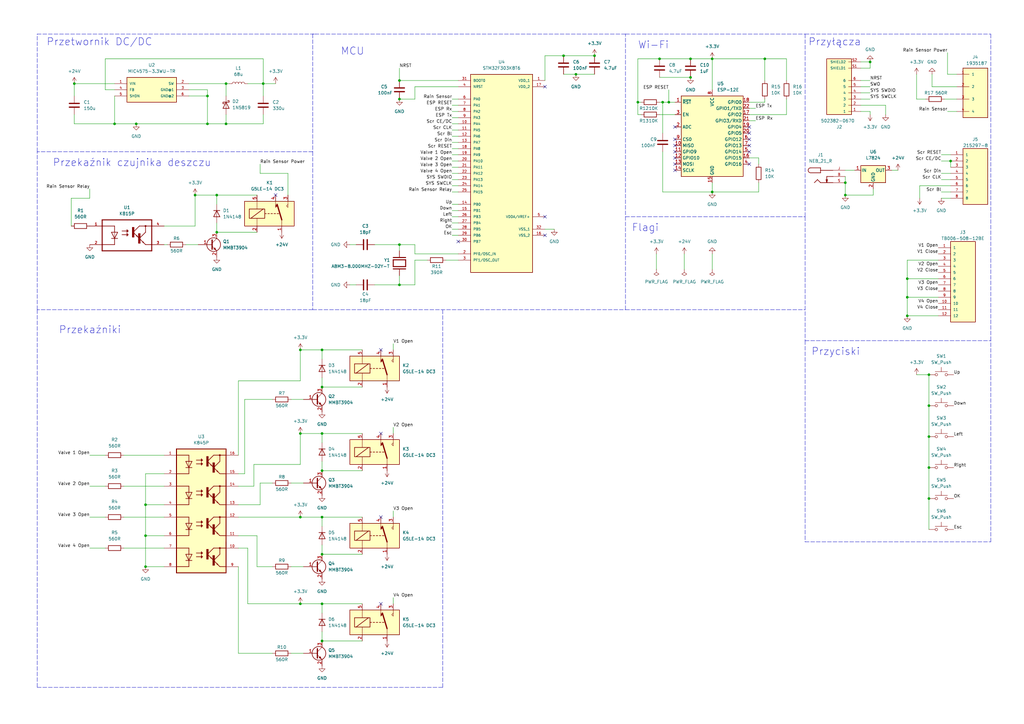
<source format=kicad_sch>
(kicad_sch (version 20211123) (generator eeschema)
  (paper "A3")
  (lib_symbols
    (symbol "1935187:1935187" (pin_names (offset 1.016))
      (symbol "1935187_0_0"
        (pin bidirectional line (at -7.62 7.62 0) (length 5.08) (name "1") (number "1"))
        (pin bidirectional line (at -7.62 2.54 0) (length 5.08) (name "2") (number "2"))
        (pin bidirectional line (at -7.62 -2.54 0) (length 5.08) (name "3") (number "3"))
        (pin bidirectional line (at -7.62 -7.62 0) (length 5.08) (name "4") (number "4"))
      )
    )
    (symbol "215297-8:215297-8" (pin_names (offset 1.016))
      (property "Reference" "J" (at -5.588 12.7 0))
      (property "Value" "215297-8" (at -5.08 -12.7 0))
      (symbol "215297-8_0_0"
        (pin passive line (at -10.16 10.16 0) (length 5.08) (name "1") (number "1"))
        (pin passive line (at -10.16 7.62 0) (length 5.08) (name "2") (number "2"))
        (pin passive line (at -10.16 5.08 0) (length 5.08) (name "3") (number "3"))
        (pin passive line (at -10.16 2.54 0) (length 5.08) (name "4") (number "4"))
        (pin passive line (at -10.16 0 0) (length 5.08) (name "5") (number "5"))
        (pin passive line (at -10.16 -2.54 0) (length 5.08) (name "6") (number "6"))
        (pin passive line (at -10.16 -5.08 0) (length 5.08) (name "7") (number "7"))
        (pin passive line (at -10.16 -7.62 0) (length 5.08) (name "8") (number "8"))
      )
    )
    (symbol "5023820670:5023820670" (pin_names (offset 1.016))
      (property "Reference" "J?" (at 6.35 1.2701 0))
      (property "Value" "502382-0670" (at 6.35 -1.2699 0))
      (symbol "5023820670_0_0"
        (pin passive line (at -12.7 10.16 0) (length 5.08) (name "1") (number "1"))
        (pin passive line (at -12.7 7.62 0) (length 5.08) (name "2") (number "2"))
        (pin passive line (at -12.7 5.08 0) (length 5.08) (name "3") (number "3"))
        (pin passive line (at -12.7 2.54 0) (length 5.08) (name "4") (number "4"))
        (pin passive line (at -12.7 0 0) (length 5.08) (name "5") (number "5"))
        (pin passive line (at -12.7 -2.54 0) (length 5.08) (name "6") (number "6"))
        (pin passive line (at -12.7 -7.62 0) (length 5.08) (name "SHIELD1") (number "S1"))
        (pin passive line (at -12.7 -10.16 0) (length 5.08) (name "SHIELD2") (number "S2"))
      )
    )
    (symbol "ABM3-8.000MHZ-D2Y-T:ABM3-8.000MHZ-D2Y-T" (pin_numbers hide) (pin_names (offset 1.016) hide)
      (property "Reference" "Y" (at -5.08 3.81 0))
      (property "Value" "ABM3-8.000MHZ-D2Y-T" (at -5.1054 -5.1054 0))
      (symbol "ABM3-8.000MHZ-D2Y-T_0_0"
        (pin passive line (at -5.08 0 0) (length 2.54) (name "~") (number "1"))
        (pin passive line (at 5.08 0 180) (length 2.54) (name "~") (number "2"))
      )
    )
    (symbol "Device:C" (pin_numbers hide) (pin_names (offset 0.254))
      (property "Reference" "C" (at 0.635 2.54 0))
      (property "Value" "C" (at 0.635 -2.54 0))
      (symbol "C_1_1"
        (pin passive line (at 0 3.81 270) (length 2.794) (name "~") (number "1"))
        (pin passive line (at 0 -3.81 90) (length 2.794) (name "~") (number "2"))
      )
    )
    (symbol "Device:L" (pin_numbers hide) (pin_names (offset 1.016) hide)
      (property "Reference" "L" (at -1.27 0 90))
      (property "Value" "L" (at 1.905 0 90))
      (symbol "L_1_1"
        (pin passive line (at 0 3.81 270) (length 1.27) (name "1") (number "1"))
        (pin passive line (at 0 -3.81 90) (length 1.27) (name "2") (number "2"))
      )
    )
    (symbol "Device:R" (pin_numbers hide) (pin_names (offset 0))
      (property "Reference" "R" (at 2.032 0 90))
      (property "Value" "R" (at 0 0 90))
      (symbol "R_1_1"
        (pin passive line (at 0 3.81 270) (length 1.27) (name "~") (number "1"))
        (pin passive line (at 0 -3.81 90) (length 1.27) (name "~") (number "2"))
      )
    )
    (symbol "Diode:1N4148" (pin_numbers hide) (pin_names hide)
      (property "Reference" "D" (at 0 2.54 0))
      (property "Value" "1N4148" (at 0 -2.54 0))
      (symbol "1N4148_1_1"
        (pin passive line (at -3.81 0 0) (length 2.54) (name "K") (number "1"))
        (pin passive line (at 3.81 0 180) (length 2.54) (name "A") (number "2"))
      )
    )
    (symbol "Diode:1N5819" (pin_numbers hide) (pin_names (offset 1.016) hide)
      (property "Reference" "D" (at 0 2.54 0))
      (property "Value" "1N5819" (at 0 -2.54 0))
      (symbol "1N5819_1_1"
        (pin passive line (at -3.81 0 0) (length 2.54) (name "K") (number "1"))
        (pin passive line (at 3.81 0 180) (length 2.54) (name "A") (number "2"))
      )
    )
    (symbol "K815P:K815P" (pin_names (offset 1.016) hide)
      (property "Reference" "U" (at -5.08 8.128 0))
      (property "Value" "K815P" (at -5.08 -7.62 0))
      (symbol "K815P_0_0"
        (pin passive line (at -15.24 5.08 0) (length 5.08) (name "~") (number "1"))
        (pin passive line (at -15.24 -2.54 0) (length 5.08) (name "~") (number "2"))
        (pin passive line (at 15.24 -2.54 180) (length 5.08) (name "~") (number "3"))
        (pin passive line (at 15.24 5.08 180) (length 5.08) (name "~") (number "4"))
      )
    )
    (symbol "K845P:K845P" (pin_names (offset 1.016) hide)
      (property "Reference" "U" (at -5.08 25.9334 0))
      (property "Value" "K845P" (at -5.08 -27.9908 0))
      (symbol "K845P_0_0"
        (pin passive line (at -15.24 22.86 0) (length 5.08) (name "~") (number "1"))
        (pin passive line (at 15.24 -15.24 180) (length 5.08) (name "~") (number "10"))
        (pin passive line (at 15.24 -10.16 180) (length 5.08) (name "~") (number "11"))
        (pin passive line (at 15.24 -2.54 180) (length 5.08) (name "~") (number "12"))
        (pin passive line (at 15.24 2.54 180) (length 5.08) (name "~") (number "13"))
        (pin passive line (at 15.24 10.16 180) (length 5.08) (name "~") (number "14"))
        (pin passive line (at 15.24 15.24 180) (length 5.08) (name "~") (number "15"))
        (pin passive line (at 15.24 22.86 180) (length 5.08) (name "~") (number "16"))
        (pin passive line (at -15.24 15.24 0) (length 5.08) (name "~") (number "2"))
        (pin passive line (at -15.24 10.16 0) (length 5.08) (name "~") (number "3"))
        (pin passive line (at -15.24 2.54 0) (length 5.08) (name "~") (number "4"))
        (pin passive line (at -15.24 -2.54 0) (length 5.08) (name "~") (number "5"))
        (pin passive line (at -15.24 -10.16 0) (length 5.08) (name "~") (number "6"))
        (pin passive line (at -15.24 -15.24 0) (length 5.08) (name "~") (number "7"))
        (pin passive line (at -15.24 -22.86 0) (length 5.08) (name "~") (number "8"))
        (pin passive line (at 15.24 -22.86 180) (length 5.08) (name "~") (number "9"))
      )
    )
    (symbol "MIC4575-3.3WU-TR:MIC4575-3.3WU-TR" (pin_names (offset 1.016))
      (property "Reference" "U" (at -10.1854 5.6134 0))
      (property "Value" "MIC4575-3.3WU-TR" (at -10.4394 -7.1374 0))
      (symbol "MIC4575-3.3WU-TR_0_0"
        (pin input line (at -15.24 2.54 0) (length 5.08) (name "VIN") (number "1"))
        (pin output line (at 15.24 2.54 180) (length 5.08) (name "SW") (number "2"))
        (pin power_in line (at 15.24 0 180) (length 5.08) (name "GND@1") (number "3"))
        (pin input line (at -15.24 0 0) (length 5.08) (name "FB") (number "4"))
        (pin input line (at -15.24 -2.54 0) (length 5.08) (name "SHDN") (number "5"))
        (pin power_in line (at 15.24 -2.54 180) (length 5.08) (name "GND@2") (number "6"))
      )
    )
    (symbol "NEB_21_R:NEB_21_R" (pin_names (offset 1.016) hide)
      (property "Reference" "J" (at -5.08 5.08 0))
      (property "Value" "NEB_21_R" (at -5.08 -6.35 0))
      (symbol "NEB_21_R_0_0"
        (pin passive line (at 10.16 0 180) (length 5.08) (name "~") (number "B"))
        (pin passive line (at 10.16 2.54 180) (length 5.08) (name "~") (number "J"))
        (pin passive line (at 10.16 -2.54 180) (length 5.08) (name "~") (number "S"))
      )
    )
    (symbol "RF_Module:ESP-12E"
      (property "Reference" "U" (at -12.7 19.05 0))
      (property "Value" "ESP-12E" (at 12.7 19.05 0))
      (symbol "ESP-12E_1_1"
        (pin input line (at -15.24 15.24 0) (length 2.54) (name "~{RST}") (number "1"))
        (pin bidirectional line (at -15.24 -2.54 0) (length 2.54) (name "MISO") (number "10"))
        (pin bidirectional line (at -15.24 -5.08 0) (length 2.54) (name "GPIO9") (number "11"))
        (pin bidirectional line (at -15.24 -7.62 0) (length 2.54) (name "GPIO10") (number "12"))
        (pin bidirectional line (at -15.24 -10.16 0) (length 2.54) (name "MOSI") (number "13"))
        (pin bidirectional line (at -15.24 -12.7 0) (length 2.54) (name "SCLK") (number "14"))
        (pin power_in line (at 0 -17.78 90) (length 2.54) (name "GND") (number "15"))
        (pin bidirectional line (at 15.24 -7.62 180) (length 2.54) (name "GPIO15") (number "16"))
        (pin bidirectional line (at 15.24 10.16 180) (length 2.54) (name "GPIO2") (number "17"))
        (pin bidirectional line (at 15.24 15.24 180) (length 2.54) (name "GPIO0") (number "18"))
        (pin bidirectional line (at 15.24 5.08 180) (length 2.54) (name "GPIO4") (number "19"))
        (pin input line (at -15.24 5.08 0) (length 2.54) (name "ADC") (number "2"))
        (pin bidirectional line (at 15.24 2.54 180) (length 2.54) (name "GPIO5") (number "20"))
        (pin bidirectional line (at 15.24 7.62 180) (length 2.54) (name "GPIO3/RXD") (number "21"))
        (pin bidirectional line (at 15.24 12.7 180) (length 2.54) (name "GPIO1/TXD") (number "22"))
        (pin input line (at -15.24 10.16 0) (length 2.54) (name "EN") (number "3"))
        (pin bidirectional line (at 15.24 -10.16 180) (length 2.54) (name "GPIO16") (number "4"))
        (pin bidirectional line (at 15.24 -5.08 180) (length 2.54) (name "GPIO14") (number "5"))
        (pin bidirectional line (at 15.24 0 180) (length 2.54) (name "GPIO12") (number "6"))
        (pin bidirectional line (at 15.24 -2.54 180) (length 2.54) (name "GPIO13") (number "7"))
        (pin power_in line (at 0 20.32 270) (length 2.54) (name "VCC") (number "8"))
        (pin input line (at -15.24 0 0) (length 2.54) (name "CS0") (number "9"))
      )
    )
    (symbol "Regulator_Linear:L7824" (pin_names (offset 0.254))
      (property "Reference" "U" (at -3.81 3.175 0))
      (property "Value" "L7824" (at 0 3.175 0))
      (symbol "L7824_1_1"
        (pin power_in line (at -7.62 0 0) (length 2.54) (name "IN") (number "1"))
        (pin power_in line (at 0 -7.62 90) (length 2.54) (name "GND") (number "2"))
        (pin power_out line (at 7.62 0 180) (length 2.54) (name "OUT") (number "3"))
      )
    )
    (symbol "Relay:G5LE-1"
      (property "Reference" "K" (at 11.43 3.81 0))
      (property "Value" "G5LE-1" (at 11.43 1.27 0))
      (symbol "G5LE-1_1_1"
        (pin passive line (at 5.08 -7.62 90) (length 2.54) (name "~") (number "1"))
        (pin passive line (at -5.08 -7.62 90) (length 2.54) (name "~") (number "2"))
        (pin passive line (at 7.62 7.62 270) (length 2.54) (name "~") (number "3"))
        (pin passive line (at 2.54 7.62 270) (length 2.54) (name "~") (number "4"))
        (pin passive line (at -5.08 7.62 270) (length 2.54) (name "~") (number "5"))
      )
    )
    (symbol "STM32F303K8T6:STM32F303K8T6" (pin_names (offset 1.016))
      (property "Reference" "U" (at -12.7 41.1734 0))
      (property "Value" "STM32F303K8T6" (at -11.9634 -43.2308 0))
      (symbol "STM32F303K8T6_0_0"
        (pin power_in line (at 17.78 38.1 180) (length 5.08) (name "VDD_1") (number "1"))
        (pin bidirectional line (at -17.78 20.32 0) (length 5.08) (name "PA4") (number "10"))
        (pin bidirectional line (at -17.78 17.78 0) (length 5.08) (name "PA5") (number "11"))
        (pin bidirectional line (at -17.78 15.24 0) (length 5.08) (name "PA6") (number "12"))
        (pin bidirectional line (at -17.78 12.7 0) (length 5.08) (name "PA7") (number "13"))
        (pin bidirectional line (at -17.78 -12.7 0) (length 5.08) (name "PB0") (number "14"))
        (pin bidirectional line (at -17.78 -15.24 0) (length 5.08) (name "PB1") (number "15"))
        (pin power_in line (at 17.78 -25.4 180) (length 5.08) (name "VSS_2") (number "16"))
        (pin power_in line (at 17.78 35.56 180) (length 5.08) (name "VDD_2") (number "17"))
        (pin bidirectional line (at -17.78 10.16 0) (length 5.08) (name "PA8") (number "18"))
        (pin bidirectional line (at -17.78 7.62 0) (length 5.08) (name "PA9") (number "19"))
        (pin bidirectional line (at -17.78 -33.02 0) (length 5.08) (name "PF0/OSC_IN") (number "2"))
        (pin bidirectional line (at -17.78 5.08 0) (length 5.08) (name "PA10") (number "20"))
        (pin bidirectional line (at -17.78 2.54 0) (length 5.08) (name "PA11") (number "21"))
        (pin bidirectional line (at -17.78 0 0) (length 5.08) (name "PA12") (number "22"))
        (pin bidirectional line (at -17.78 -2.54 0) (length 5.08) (name "PA13") (number "23"))
        (pin bidirectional line (at -17.78 -5.08 0) (length 5.08) (name "PA14") (number "24"))
        (pin bidirectional line (at -17.78 -7.62 0) (length 5.08) (name "PA15") (number "25"))
        (pin bidirectional line (at -17.78 -17.78 0) (length 5.08) (name "PB3") (number "26"))
        (pin bidirectional line (at -17.78 -20.32 0) (length 5.08) (name "PB4") (number "27"))
        (pin bidirectional line (at -17.78 -22.86 0) (length 5.08) (name "PB5") (number "28"))
        (pin bidirectional line (at -17.78 -25.4 0) (length 5.08) (name "PB6") (number "29"))
        (pin bidirectional line (at -17.78 -35.56 0) (length 5.08) (name "PF1/OSC_OUT") (number "3"))
        (pin bidirectional line (at -17.78 -27.94 0) (length 5.08) (name "PB7") (number "30"))
        (pin input line (at -17.78 38.1 0) (length 5.08) (name "BOOT0") (number "31"))
        (pin power_in line (at 17.78 -22.86 180) (length 5.08) (name "VSS_1") (number "32"))
        (pin bidirectional line (at -17.78 35.56 0) (length 5.08) (name "NRST") (number "4"))
        (pin power_in line (at 17.78 -17.78 180) (length 5.08) (name "VDDA/VREF+") (number "5"))
        (pin bidirectional line (at -17.78 30.48 0) (length 5.08) (name "PA0") (number "6"))
        (pin bidirectional line (at -17.78 27.94 0) (length 5.08) (name "PA1") (number "7"))
        (pin bidirectional line (at -17.78 25.4 0) (length 5.08) (name "PA2") (number "8"))
        (pin bidirectional line (at -17.78 22.86 0) (length 5.08) (name "PA3") (number "9"))
      )
    )
    (symbol "Switch:SW_Push" (pin_numbers hide) (pin_names (offset 1.016) hide)
      (property "Reference" "SW" (at 1.27 2.54 0))
      (property "Value" "SW_Push" (at 0 -1.524 0))
      (symbol "SW_Push_0_1"
        (pin passive line (at -5.08 0 0) (length 2.54) (name "1") (number "1"))
        (pin passive line (at 5.08 0 180) (length 2.54) (name "2") (number "2"))
      )
    )
    (symbol "TB006-508-12BE:TB006-508-12BE" (pin_names (offset 1.016))
      (property "Reference" "J" (at -5.588 17.78 0))
      (property "Value" "TB006-508-12BE" (at -5.08 -17.78 0))
      (symbol "TB006-508-12BE_0_0"
        (pin passive line (at -10.16 15.24 0) (length 5.08) (name "1") (number "1"))
        (pin passive line (at -10.16 -7.62 0) (length 5.08) (name "10") (number "10"))
        (pin passive line (at -10.16 -10.16 0) (length 5.08) (name "11") (number "11"))
        (pin passive line (at -10.16 -12.7 0) (length 5.08) (name "12") (number "12"))
        (pin passive line (at -10.16 12.7 0) (length 5.08) (name "2") (number "2"))
        (pin passive line (at -10.16 10.16 0) (length 5.08) (name "3") (number "3"))
        (pin passive line (at -10.16 7.62 0) (length 5.08) (name "4") (number "4"))
        (pin passive line (at -10.16 5.08 0) (length 5.08) (name "5") (number "5"))
        (pin passive line (at -10.16 2.54 0) (length 5.08) (name "6") (number "6"))
        (pin passive line (at -10.16 0 0) (length 5.08) (name "7") (number "7"))
        (pin passive line (at -10.16 -2.54 0) (length 5.08) (name "8") (number "8"))
        (pin passive line (at -10.16 -5.08 0) (length 5.08) (name "9") (number "9"))
      )
    )
    (symbol "Transistor_BJT:MMBT3904" (pin_names (offset 0) hide)
      (property "Reference" "Q" (at 5.08 1.905 0))
      (property "Value" "MMBT3904" (at 5.08 0 0))
      (symbol "MMBT3904_1_1"
        (pin input line (at -5.08 0 0) (length 5.715) (name "B") (number "1"))
        (pin passive line (at 2.54 -5.08 90) (length 2.54) (name "E") (number "2"))
        (pin passive line (at 2.54 5.08 270) (length 2.54) (name "C") (number "3"))
      )
    )
    (symbol "power:+24V" (power) (pin_names (offset 0))
      (property "Value" "+24V" (at 0 3.556 0))
      (symbol "+24V_1_1"
        (pin power_in line (at 0 0 90) (length 0) hide (name "+24V") (number "1"))
      )
    )
    (symbol "power:+3.3V" (power) (pin_names (offset 0))
      (property "Value" "+3.3V" (at 0 3.556 0))
      (symbol "+3.3V_1_1"
        (pin power_in line (at 0 0 90) (length 0) hide (name "+3.3V") (number "1"))
      )
    )
    (symbol "power:GND" (power) (pin_names (offset 0))
      (property "Value" "GND" (at 0 -3.81 0))
      (symbol "GND_1_1"
        (pin power_in line (at 0 0 270) (length 0) hide (name "GND") (number "1"))
      )
    )
    (symbol "power:PWR_FLAG" (power) (pin_numbers hide) (pin_names (offset 0) hide)
      (property "Value" "PWR_FLAG" (at 0 3.81 0))
      (symbol "PWR_FLAG_0_0"
        (pin power_out line (at 0 0 90) (length 0) (name "pwr") (number "1"))
      )
    )
  )
  (junction (at 243.84 22.86))
  (junction (at 381 179.07))
  (junction (at 389.89 66.04))
  (junction (at 88.9 95.25))
  (junction (at 372.11 114.3))
  (junction (at 88.9 80.01))
  (junction (at 163.83 33.02))
  (junction (at 80.01 80.01))
  (junction (at 59.69 219.71))
  (junction (at 346.71 80.01))
  (junction (at 313.69 24.13))
  (junction (at 59.69 207.01))
  (junction (at 123.19 177.8))
  (junction (at 381 153.67))
  (junction (at 271.78 41.91))
  (junction (at 372.11 129.54))
  (junction (at 236.22 30.48))
  (junction (at 30.48 34.29))
  (junction (at 85.09 39.37))
  (junction (at 107.95 34.29))
  (junction (at 381 191.77))
  (junction (at 132.08 227.33))
  (junction (at 92.71 50.8))
  (junction (at 292.1 24.13))
  (junction (at 132.08 262.89))
  (junction (at 132.08 212.09))
  (junction (at 132.08 247.65))
  (junction (at 55.88 50.8))
  (junction (at 261.62 41.91))
  (junction (at 123.19 143.51))
  (junction (at 46.99 50.8))
  (junction (at 163.83 100.33))
  (junction (at 123.19 247.65))
  (junction (at 356.87 25.4))
  (junction (at 59.69 232.41))
  (junction (at 163.83 116.84))
  (junction (at 292.1 78.74))
  (junction (at 132.08 143.51))
  (junction (at 85.09 50.8))
  (junction (at 283.21 31.75))
  (junction (at 283.21 24.13))
  (junction (at 163.83 40.64))
  (junction (at 346.71 74.93))
  (junction (at 132.08 158.75))
  (junction (at 270.51 24.13))
  (junction (at 372.11 121.92))
  (junction (at 381 204.47))
  (junction (at 132.08 177.8))
  (junction (at 274.32 41.91))
  (junction (at 231.14 22.86))
  (junction (at 132.08 193.04))
  (junction (at 92.71 34.29))
  (junction (at 123.19 212.09))
  (junction (at 381 166.37))
  (no_connect (at 156.21 143.51))
  (no_connect (at 156.21 212.09))
  (no_connect (at 307.34 52.07))
  (no_connect (at 307.34 54.61))
  (no_connect (at 307.34 57.15))
  (no_connect (at 307.34 59.69))
  (no_connect (at 307.34 62.23))
  (no_connect (at 307.34 67.31))
  (no_connect (at 276.86 59.69))
  (no_connect (at 276.86 62.23))
  (no_connect (at 276.86 64.77))
  (no_connect (at 276.86 67.31))
  (no_connect (at 276.86 69.85))
  (no_connect (at 276.86 57.15))
  (no_connect (at 276.86 52.07))
  (no_connect (at 187.96 99.06))
  (no_connect (at 223.52 88.9))
  (no_connect (at 223.52 35.56))
  (no_connect (at 156.21 247.65))
  (no_connect (at 156.21 177.8))
  (no_connect (at 223.52 96.52))
  (no_connect (at 113.03 80.01))
  (wire (pts (xy 92.71 34.29) (xy 93.98 34.29)))
  (polyline (pts (xy 15.24 62.23) (xy 15.24 13.97)))
  (wire (pts (xy 67.31 232.41) (xy 59.69 232.41)))
  (wire (pts (xy 311.15 78.74) (xy 292.1 78.74)))
  (wire (pts (xy 77.47 34.29) (xy 92.71 34.29)))
  (wire (pts (xy 107.95 46.99) (xy 107.95 50.8)))
  (wire (pts (xy 67.31 100.33) (xy 68.58 100.33)))
  (wire (pts (xy 80.01 92.71) (xy 80.01 80.01)))
  (wire (pts (xy 97.79 267.97) (xy 111.76 267.97)))
  (wire (pts (xy 100.33 163.83) (xy 100.33 194.31)))
  (wire (pts (xy 107.95 50.8) (xy 92.71 50.8)))
  (polyline (pts (xy 128.27 127) (xy 15.24 127)))
  (wire (pts (xy 372.11 121.92) (xy 384.81 121.92)))
  (wire (pts (xy 30.48 50.8) (xy 46.99 50.8)))
  (wire (pts (xy 107.95 34.29) (xy 107.95 39.37)))
  (wire (pts (xy 119.38 163.83) (xy 124.46 163.83)))
  (polyline (pts (xy 128.27 62.23) (xy 15.24 62.23)))
  (wire (pts (xy 77.47 39.37) (xy 85.09 39.37)))
  (wire (pts (xy 161.29 175.26) (xy 161.29 177.8)))
  (wire (pts (xy 101.6 34.29) (xy 107.95 34.29)))
  (wire (pts (xy 350.52 69.85) (xy 346.71 69.85)))
  (wire (pts (xy 88.9 95.25) (xy 105.41 95.25)))
  (wire (pts (xy 132.08 247.65) (xy 148.59 247.65)))
  (wire (pts (xy 101.6 247.65) (xy 123.19 247.65)))
  (wire (pts (xy 271.78 78.74) (xy 292.1 78.74)))
  (wire (pts (xy 187.96 104.14) (xy 170.18 104.14)))
  (wire (pts (xy 353.06 43.18) (xy 363.22 43.18)))
  (wire (pts (xy 381 166.37) (xy 381 179.07)))
  (polyline (pts (xy 128.27 127) (xy 256.54 127)))
  (wire (pts (xy 119.38 267.97) (xy 124.46 267.97)))
  (wire (pts (xy 356.87 25.4) (xy 356.87 27.94)))
  (polyline (pts (xy 256.54 127) (xy 330.2 127)))
  (wire (pts (xy 163.83 102.87) (xy 163.83 100.33)))
  (polyline (pts (xy 256.54 127) (xy 256.54 13.97)))
  (wire (pts (xy 185.42 71.12) (xy 187.96 71.12)))
  (wire (pts (xy 381 179.07) (xy 381 191.77)))
  (wire (pts (xy 97.79 194.31) (xy 100.33 194.31)))
  (wire (pts (xy 50.8 186.69) (xy 67.31 186.69)))
  (wire (pts (xy 50.8 199.39) (xy 67.31 199.39)))
  (polyline (pts (xy 128.27 13.97) (xy 128.27 62.23)))
  (wire (pts (xy 283.21 24.13) (xy 292.1 24.13)))
  (wire (pts (xy 30.48 34.29) (xy 46.99 34.29)))
  (wire (pts (xy 388.62 21.59) (xy 388.62 30.48)))
  (wire (pts (xy 392.43 35.56) (xy 382.27 35.56)))
  (polyline (pts (xy 15.24 281.94) (xy 181.61 281.94)))
  (wire (pts (xy 92.71 46.99) (xy 92.71 50.8)))
  (wire (pts (xy 261.62 41.91) (xy 261.62 46.99)))
  (wire (pts (xy 231.14 30.48) (xy 236.22 30.48)))
  (wire (pts (xy 97.79 199.39) (xy 104.14 199.39)))
  (wire (pts (xy 132.08 223.52) (xy 132.08 227.33)))
  (wire (pts (xy 97.79 156.21) (xy 123.19 156.21)))
  (wire (pts (xy 388.62 45.72) (xy 392.43 45.72)))
  (wire (pts (xy 372.11 114.3) (xy 384.81 114.3)))
  (wire (pts (xy 111.76 163.83) (xy 100.33 163.83)))
  (wire (pts (xy 132.08 259.08) (xy 132.08 262.89)))
  (wire (pts (xy 50.8 224.79) (xy 67.31 224.79)))
  (wire (pts (xy 153.67 116.84) (xy 163.83 116.84)))
  (wire (pts (xy 386.08 73.66) (xy 389.89 73.66)))
  (wire (pts (xy 231.14 22.86) (xy 223.52 22.86)))
  (wire (pts (xy 132.08 177.8) (xy 132.08 181.61)))
  (wire (pts (xy 132.08 247.65) (xy 132.08 251.46)))
  (wire (pts (xy 143.51 116.84) (xy 146.05 116.84)))
  (wire (pts (xy 185.42 50.8) (xy 187.96 50.8)))
  (wire (pts (xy 182.88 106.68) (xy 187.96 106.68)))
  (wire (pts (xy 132.08 212.09) (xy 148.59 212.09)))
  (wire (pts (xy 36.83 199.39) (xy 43.18 199.39)))
  (wire (pts (xy 30.48 46.99) (xy 30.48 50.8)))
  (wire (pts (xy 185.42 63.5) (xy 187.96 63.5)))
  (wire (pts (xy 43.18 24.13) (xy 107.95 24.13)))
  (wire (pts (xy 185.42 53.34) (xy 187.96 53.34)))
  (wire (pts (xy 76.2 100.33) (xy 81.28 100.33)))
  (wire (pts (xy 386.08 71.12) (xy 389.89 71.12)))
  (wire (pts (xy 46.99 50.8) (xy 55.88 50.8)))
  (polyline (pts (xy 330.2 139.7) (xy 330.2 222.25)))
  (wire (pts (xy 313.69 40.64) (xy 313.69 41.91)))
  (wire (pts (xy 123.19 143.51) (xy 132.08 143.51)))
  (wire (pts (xy 161.29 209.55) (xy 161.29 212.09)))
  (wire (pts (xy 185.42 86.36) (xy 187.96 86.36)))
  (wire (pts (xy 36.83 224.79) (xy 43.18 224.79)))
  (wire (pts (xy 353.06 40.64) (xy 356.87 40.64)))
  (wire (pts (xy 185.42 91.44) (xy 187.96 91.44)))
  (wire (pts (xy 185.42 55.88) (xy 187.96 55.88)))
  (wire (pts (xy 97.79 267.97) (xy 97.79 232.41)))
  (wire (pts (xy 118.11 71.12) (xy 106.68 71.12)))
  (wire (pts (xy 346.71 74.93) (xy 346.71 80.01)))
  (wire (pts (xy 346.71 72.39) (xy 346.71 74.93)))
  (polyline (pts (xy 181.61 281.94) (xy 181.61 127)))
  (polyline (pts (xy 15.24 13.97) (xy 129.54 13.97)))
  (wire (pts (xy 280.67 104.14) (xy 280.67 110.49)))
  (wire (pts (xy 104.14 190.5) (xy 123.19 190.5)))
  (wire (pts (xy 97.79 212.09) (xy 123.19 212.09)))
  (wire (pts (xy 106.68 198.12) (xy 111.76 198.12)))
  (wire (pts (xy 132.08 212.09) (xy 132.08 215.9)))
  (wire (pts (xy 50.8 212.09) (xy 67.31 212.09)))
  (wire (pts (xy 386.08 66.04) (xy 389.89 66.04)))
  (wire (pts (xy 356.87 45.72) (xy 356.87 46.99)))
  (wire (pts (xy 123.19 190.5) (xy 123.19 177.8)))
  (wire (pts (xy 387.35 40.64) (xy 392.43 40.64)))
  (polyline (pts (xy 256.54 13.97) (xy 128.27 13.97)))
  (wire (pts (xy 59.69 219.71) (xy 67.31 219.71)))
  (wire (pts (xy 185.42 73.66) (xy 187.96 73.66)))
  (wire (pts (xy 185.42 40.64) (xy 187.96 40.64)))
  (wire (pts (xy 88.9 80.01) (xy 105.41 80.01)))
  (wire (pts (xy 107.95 24.13) (xy 107.95 34.29)))
  (wire (pts (xy 311.15 64.77) (xy 311.15 67.31)))
  (wire (pts (xy 132.08 227.33) (xy 148.59 227.33)))
  (wire (pts (xy 170.18 104.14) (xy 170.18 100.33)))
  (wire (pts (xy 372.11 106.68) (xy 384.81 106.68)))
  (polyline (pts (xy 330.2 13.97) (xy 330.2 88.9)))
  (wire (pts (xy 274.32 41.91) (xy 271.78 41.91)))
  (wire (pts (xy 106.68 207.01) (xy 106.68 198.12)))
  (wire (pts (xy 55.88 50.8) (xy 85.09 50.8)))
  (wire (pts (xy 97.79 186.69) (xy 97.79 156.21)))
  (wire (pts (xy 97.79 207.01) (xy 106.68 207.01)))
  (wire (pts (xy 363.22 43.18) (xy 363.22 46.99)))
  (wire (pts (xy 270.51 46.99) (xy 276.86 46.99)))
  (wire (pts (xy 101.6 224.79) (xy 101.6 247.65)))
  (wire (pts (xy 97.79 219.71) (xy 105.41 219.71)))
  (wire (pts (xy 270.51 24.13) (xy 283.21 24.13)))
  (wire (pts (xy 353.06 35.56) (xy 356.87 35.56)))
  (wire (pts (xy 119.38 198.12) (xy 124.46 198.12)))
  (wire (pts (xy 105.41 232.41) (xy 105.41 219.71)))
  (wire (pts (xy 375.92 40.64) (xy 379.73 40.64)))
  (wire (pts (xy 375.92 30.48) (xy 375.92 40.64)))
  (wire (pts (xy 163.83 33.02) (xy 187.96 33.02)))
  (wire (pts (xy 119.38 232.41) (xy 124.46 232.41)))
  (wire (pts (xy 36.83 77.47) (xy 36.83 81.28)))
  (wire (pts (xy 104.14 199.39) (xy 104.14 190.5)))
  (wire (pts (xy 386.08 81.28) (xy 389.89 81.28)))
  (wire (pts (xy 170.18 100.33) (xy 163.83 100.33)))
  (polyline (pts (xy 256.54 88.9) (xy 330.2 88.9)))
  (polyline (pts (xy 406.4 222.25) (xy 406.4 139.7)))
  (wire (pts (xy 132.08 143.51) (xy 148.59 143.51)))
  (wire (pts (xy 123.19 177.8) (xy 132.08 177.8)))
  (wire (pts (xy 381 153.67) (xy 381 166.37)))
  (wire (pts (xy 372.11 106.68) (xy 372.11 114.3)))
  (wire (pts (xy 132.08 262.89) (xy 148.59 262.89)))
  (wire (pts (xy 163.83 27.94) (xy 163.83 33.02)))
  (wire (pts (xy 322.58 46.99) (xy 322.58 40.64)))
  (wire (pts (xy 123.19 156.21) (xy 123.19 143.51)))
  (wire (pts (xy 161.29 140.97) (xy 161.29 143.51)))
  (wire (pts (xy 59.69 207.01) (xy 59.69 219.71)))
  (wire (pts (xy 236.22 30.48) (xy 243.84 30.48)))
  (wire (pts (xy 358.14 80.01) (xy 346.71 80.01)))
  (wire (pts (xy 309.88 49.53) (xy 307.34 49.53)))
  (wire (pts (xy 170.18 116.84) (xy 163.83 116.84)))
  (wire (pts (xy 372.11 114.3) (xy 372.11 121.92)))
  (wire (pts (xy 307.34 64.77) (xy 311.15 64.77)))
  (wire (pts (xy 269.24 104.14) (xy 269.24 110.49)))
  (wire (pts (xy 132.08 143.51) (xy 132.08 147.32)))
  (wire (pts (xy 292.1 78.74) (xy 292.1 74.93)))
  (wire (pts (xy 123.19 247.65) (xy 132.08 247.65)))
  (wire (pts (xy 107.95 34.29) (xy 113.03 34.29)))
  (wire (pts (xy 386.08 63.5) (xy 389.89 63.5)))
  (wire (pts (xy 85.09 36.83) (xy 85.09 39.37)))
  (wire (pts (xy 185.42 48.26) (xy 187.96 48.26)))
  (wire (pts (xy 46.99 39.37) (xy 46.99 50.8)))
  (wire (pts (xy 105.41 232.41) (xy 111.76 232.41)))
  (wire (pts (xy 231.14 22.86) (xy 243.84 22.86)))
  (wire (pts (xy 375.92 153.67) (xy 381 153.67)))
  (wire (pts (xy 46.99 36.83) (xy 43.18 36.83)))
  (wire (pts (xy 67.31 194.31) (xy 59.69 194.31)))
  (wire (pts (xy 261.62 24.13) (xy 270.51 24.13)))
  (wire (pts (xy 161.29 245.11) (xy 161.29 247.65)))
  (polyline (pts (xy 330.2 13.97) (xy 406.4 13.97)))
  (wire (pts (xy 80.01 80.01) (xy 88.9 80.01)))
  (wire (pts (xy 185.42 58.42) (xy 187.96 58.42)))
  (wire (pts (xy 307.34 41.91) (xy 313.69 41.91)))
  (wire (pts (xy 274.32 36.83) (xy 274.32 41.91)))
  (wire (pts (xy 143.51 100.33) (xy 146.05 100.33)))
  (wire (pts (xy 313.69 24.13) (xy 313.69 33.02)))
  (wire (pts (xy 223.52 22.86) (xy 223.52 33.02)))
  (wire (pts (xy 153.67 100.33) (xy 163.83 100.33)))
  (wire (pts (xy 77.47 36.83) (xy 85.09 36.83)))
  (wire (pts (xy 292.1 104.14) (xy 292.1 110.49)))
  (wire (pts (xy 262.89 46.99) (xy 261.62 46.99)))
  (wire (pts (xy 271.78 62.23) (xy 271.78 78.74)))
  (wire (pts (xy 261.62 41.91) (xy 261.62 24.13)))
  (wire (pts (xy 170.18 35.56) (xy 170.18 40.64)))
  (wire (pts (xy 392.43 30.48) (xy 388.62 30.48)))
  (polyline (pts (xy 15.24 127) (xy 15.24 62.23)))
  (wire (pts (xy 185.42 76.2) (xy 187.96 76.2)))
  (wire (pts (xy 59.69 219.71) (xy 59.69 232.41)))
  (wire (pts (xy 36.83 186.69) (xy 43.18 186.69)))
  (wire (pts (xy 185.42 96.52) (xy 187.96 96.52)))
  (wire (pts (xy 313.69 24.13) (xy 322.58 24.13)))
  (wire (pts (xy 92.71 50.8) (xy 85.09 50.8)))
  (polyline (pts (xy 15.24 127) (xy 15.24 281.94)))
  (wire (pts (xy 292.1 24.13) (xy 313.69 24.13)))
  (wire (pts (xy 353.06 33.02) (xy 356.87 33.02)))
  (wire (pts (xy 322.58 24.13) (xy 322.58 33.02)))
  (polyline (pts (xy 330.2 139.7) (xy 406.4 139.7)))
  (polyline (pts (xy 128.27 62.23) (xy 128.27 127)))
  (wire (pts (xy 309.88 44.45) (xy 307.34 44.45)))
  (wire (pts (xy 106.68 71.12) (xy 106.68 67.31)))
  (wire (pts (xy 187.96 35.56) (xy 170.18 35.56)))
  (wire (pts (xy 132.08 177.8) (xy 148.59 177.8)))
  (wire (pts (xy 132.08 154.94) (xy 132.08 158.75)))
  (wire (pts (xy 36.83 212.09) (xy 43.18 212.09)))
  (wire (pts (xy 132.08 158.75) (xy 148.59 158.75)))
  (wire (pts (xy 88.9 80.01) (xy 88.9 83.82)))
  (wire (pts (xy 59.69 207.01) (xy 67.31 207.01)))
  (wire (pts (xy 353.06 27.94) (xy 356.87 27.94)))
  (wire (pts (xy 271.78 41.91) (xy 271.78 54.61)))
  (wire (pts (xy 382.27 30.48) (xy 382.27 35.56)))
  (wire (pts (xy 223.52 93.98) (xy 227.33 93.98)))
  (wire (pts (xy 389.89 66.04) (xy 389.89 68.58)))
  (wire (pts (xy 118.11 80.01) (xy 118.11 71.12)))
  (wire (pts (xy 185.42 88.9) (xy 187.96 88.9)))
  (wire (pts (xy 101.6 224.79) (xy 97.79 224.79)))
  (wire (pts (xy 185.42 43.18) (xy 187.96 43.18)))
  (wire (pts (xy 85.09 39.37) (xy 85.09 50.8)))
  (wire (pts (xy 132.08 189.23) (xy 132.08 193.04)))
  (wire (pts (xy 386.08 78.74) (xy 389.89 78.74)))
  (wire (pts (xy 377.19 76.2) (xy 377.19 81.28)))
  (wire (pts (xy 372.11 121.92) (xy 372.11 129.54)))
  (wire (pts (xy 353.06 45.72) (xy 356.87 45.72)))
  (polyline (pts (xy 330.2 222.25) (xy 406.4 222.25)))
  (wire (pts (xy 185.42 66.04) (xy 187.96 66.04)))
  (polyline (pts (xy 406.4 139.7) (xy 406.4 88.9)))
  (wire (pts (xy 353.06 38.1) (xy 356.87 38.1)))
  (wire (pts (xy 132.08 193.04) (xy 148.59 193.04)))
  (wire (pts (xy 274.32 41.91) (xy 276.86 41.91)))
  (wire (pts (xy 270.51 41.91) (xy 271.78 41.91)))
  (wire (pts (xy 29.21 92.71) (xy 29.21 81.28)))
  (wire (pts (xy 170.18 106.68) (xy 170.18 116.84)))
  (wire (pts (xy 175.26 106.68) (xy 170.18 106.68)))
  (wire (pts (xy 389.89 76.2) (xy 377.19 76.2)))
  (wire (pts (xy 185.42 45.72) (xy 187.96 45.72)))
  (wire (pts (xy 381 191.77) (xy 381 204.47)))
  (wire (pts (xy 29.21 81.28) (xy 36.83 81.28)))
  (wire (pts (xy 163.83 113.03) (xy 163.83 116.84)))
  (polyline (pts (xy 256.54 13.97) (xy 330.2 13.97)))
  (wire (pts (xy 270.51 31.75) (xy 283.21 31.75)))
  (wire (pts (xy 43.18 36.83) (xy 43.18 24.13)))
  (wire (pts (xy 365.76 69.85) (xy 368.3 69.85)))
  (wire (pts (xy 67.31 92.71) (xy 80.01 92.71)))
  (wire (pts (xy 185.42 60.96) (xy 187.96 60.96)))
  (wire (pts (xy 358.14 77.47) (xy 358.14 80.01)))
  (polyline (pts (xy 406.4 13.97) (xy 406.4 88.9)))
  (wire (pts (xy 381 204.47) (xy 381 217.17)))
  (wire (pts (xy 311.15 74.93) (xy 311.15 78.74)))
  (polyline (pts (xy 330.2 88.9) (xy 330.2 139.7)))
  (wire (pts (xy 353.06 25.4) (xy 356.87 25.4)))
  (wire (pts (xy 292.1 24.13) (xy 292.1 36.83)))
  (wire (pts (xy 59.69 194.31) (xy 59.69 207.01)))
  (wire (pts (xy 262.89 41.91) (xy 261.62 41.91)))
  (wire (pts (xy 307.34 46.99) (xy 322.58 46.99)))
  (wire (pts (xy 92.71 34.29) (xy 92.71 39.37)))
  (wire (pts (xy 185.42 93.98) (xy 187.96 93.98)))
  (wire (pts (xy 30.48 34.29) (xy 30.48 39.37)))
  (wire (pts (xy 170.18 40.64) (xy 163.83 40.64)))
  (wire (pts (xy 185.42 68.58) (xy 187.96 68.58)))
  (wire (pts (xy 185.42 83.82) (xy 187.96 83.82)))
  (wire (pts (xy 372.11 129.54) (xy 384.81 129.54)))
  (wire (pts (xy 185.42 78.74) (xy 187.96 78.74)))
  (wire (pts (xy 88.9 91.44) (xy 88.9 95.25)))
  (wire (pts (xy 123.19 212.09) (xy 132.08 212.09)))
  (text "Przekaźnik czujnika deszczu" (at 21.59 68.58 0) (effects (font (size 3 3)) (justify left bottom)))
  (text "Przekaźniki" (at 24.13 137.16 0) (effects (font (size 3 3)) (justify left bottom)))
  (text "Flagi" (at 259.08 95.25 0) (effects (font (size 3 3)) (justify left bottom)))
  (text "Przyciski" (at 332.74 146.05 0) (effects (font (size 3 3)) (justify left bottom)))
  (text "Przetwornik DC/DC" (at 19.05 19.05 0) (effects (font (size 3 3)) (justify left bottom)))
  (text "Wi-Fi" (at 261.62 20.32 0) (effects (font (size 3 3)) (justify left bottom)))
  (text "MCU" (at 139.7 22.86 0) (effects (font (size 3 3)) (justify left bottom)))
  (text "Przyłącza" (at 331.47 19.05 0) (effects (font (size 3 3)) (justify left bottom)))
  (label "Valve 2 Open" (at 185.42 66.04 180))
  (label "OK" (at 391.16 204.47 0))
  (label "V4 Open" (at 161.29 245.11 0))
  (label "Right" (at 391.16 191.77 0))
  (label "ESP Rx" (at 185.42 45.72 180))
  (label "Scr RESET" (at 386.08 63.5 180))
  (label "Valve 1 Open" (at 36.83 186.69 180))
  (label "Valve 4 Open" (at 36.83 224.79 180))
  (label "SWO" (at 356.87 35.56 0))
  (label "Valve 3 Open" (at 36.83 212.09 180))
  (label "Valve 2 Open" (at 36.83 199.39 180))
  (label "Down" (at 185.42 86.36 180))
  (label "ESP RESET" (at 274.32 36.83 180))
  (label "Scr Din" (at 386.08 71.12 180))
  (label "V2 Open" (at 161.29 175.26 0))
  (label "OK" (at 185.42 93.98 180))
  (label "Scr CLK" (at 386.08 73.66 180))
  (label "Scr Din" (at 185.42 58.42 180))
  (label "ESP Rx" (at 309.88 49.53 0))
  (label "V1 Open" (at 384.81 101.6 180))
  (label "Rain Sensor Relay" (at 185.42 78.74 180))
  (label "Rain Sensor Power" (at 106.68 67.31 0))
  (label "SYS SWCLK" (at 185.42 76.2 180))
  (label "V3 Open" (at 161.29 209.55 0))
  (label "Valve 3 Open" (at 185.42 68.58 180))
  (label "Down" (at 391.16 166.37 0))
  (label "V1 Open" (at 161.29 140.97 0))
  (label "ESP Tx" (at 309.88 44.45 0))
  (label "SYS SWDIO" (at 185.42 73.66 180))
  (label "V4 Open" (at 384.81 124.46 180))
  (label "V1 Close" (at 384.81 104.14 180))
  (label "V2 Open" (at 384.81 109.22 180))
  (label "SYS SWCLK" (at 356.87 40.64 0))
  (label "NRST" (at 356.87 33.02 0))
  (label "Scr CLK" (at 185.42 53.34 180))
  (label "V3 Open" (at 384.81 116.84 180))
  (label "NRST" (at 163.83 27.94 0))
  (label "Scr Bl" (at 185.42 55.88 180))
  (label "ESP Tx" (at 185.42 48.26 180))
  (label "V3 Close" (at 384.81 119.38 180))
  (label "Valve 1 Open" (at 185.42 63.5 180))
  (label "Esc" (at 185.42 96.52 180))
  (label "Rain Sensor Relay" (at 36.83 77.47 180))
  (label "Scr CE{slash}DC" (at 386.08 66.04 180))
  (label "Scr Bl" (at 386.08 78.74 180))
  (label "Valve 4 Open" (at 185.42 71.12 180))
  (label "Scr CE{slash}DC" (at 185.42 50.8 180))
  (label "Left" (at 185.42 88.9 180))
  (label "Esc" (at 391.16 217.17 0))
  (label "Rain Sensor" (at 185.42 40.64 180))
  (label "V4 Close" (at 384.81 127 180))
  (label "Right" (at 185.42 91.44 180))
  (label "SYS SWDIO" (at 356.87 38.1 0))
  (label "Rain Sensor Power" (at 388.62 21.59 180))
  (label "Left" (at 391.16 179.07 0))
  (label "Up" (at 185.42 83.82 180))
  (label "V2 Close" (at 384.81 111.76 180))
  (label "Up" (at 391.16 153.67 0))
  (label "Rain Sensor" (at 388.62 45.72 180))
  (label "ESP RESET" (at 185.42 43.18 180))
  (label "Scr RESET" (at 185.42 60.96 180))
  (symbol (lib_id "K845P:K845P") (at 82.55 209.55 0) (unit 1)
    (property "Reference" "U3" (at 82.55 179.07 0))
    (property "Value" "K845P" (at 82.55 181.61 0))
    (property "Footprint" "SnapEDA Library:DIP762W51P254L1992H425Q16" (effects hide))
    (property "MANUFACTURER" "Vishay" (effects hide))
  )
  (symbol (lib_id "power:+24V") (at 30.48 34.29 0) (unit 1)
    (property "Reference" "#PWR01" (effects hide))
    (property "Value" "+24V" (at 30.48 29.21 0))
  )
  (symbol (lib_id "Device:C") (at 163.83 36.83 0) (unit 1)
    (property "Reference" "C5" (at 156.21 35.56 0) (effects (justify left)))
    (property "Value" "100nF" (at 154.94 38.1 0) (effects (justify left)))
  )
  (symbol (lib_id "5023820670:5023820670") (at 340.36 35.56 180) (unit 1)
    (property "Reference" "J2" (at 345.44 52.07 0) (effects (justify left)))
    (property "Value" "502382-0670" (at 350.52 49.53 0) (effects (justify left)))
    (property "Footprint" "SnapEDA Library:MOLEX_5023820670" (effects hide))
    (property "MAXIMUM_PACKAGE_HEIGHT" "4.55 mm" (effects hide))
    (property "MANUFACTURER" "Molex" (effects hide))
    (property "PARTREV" "F" (effects hide))
    (property "STANDARD" "Manufacturer Recommendations" (effects hide))
  )
  (symbol (lib_id "power:+3.3V") (at 375.92 153.67 0) (unit 1)
    (property "Reference" "#PWR040" (effects hide))
    (property "Value" "+3.3V" (at 375.92 148.59 0))
  )
  (symbol (lib_id "power:GND") (at 132.08 273.05 0) (unit 1)
    (property "Reference" "#PWR016" (effects hide))
    (property "Value" "GND" (at 132.08 278.13 0))
  )
  (symbol (lib_id "Device:R") (at 313.69 36.83 0) (unit 1)
    (property "Reference" "R15" (at 316.23 35.5599 0) (effects (justify left)))
    (property "Value" "10K" (at 316.23 38.0999 0) (effects (justify left)))
  )
  (symbol (lib_id "Device:C") (at 270.51 27.94 0) (unit 1)
    (property "Reference" "C8" (at 274.32 26.6699 0) (effects (justify left)))
    (property "Value" "4.7uF" (at 274.32 29.2099 0) (effects (justify left)))
  )
  (symbol (lib_id "Device:R") (at 322.58 36.83 0) (unit 1)
    (property "Reference" "R16" (at 325.12 35.5599 0) (effects (justify left)))
    (property "Value" "10K" (at 325.12 38.0999 0) (effects (justify left)))
  )
  (symbol (lib_id "Device:C") (at 283.21 27.94 0) (unit 1)
    (property "Reference" "C10" (at 287.02 26.6699 0) (effects (justify left)))
    (property "Value" "1uF" (at 287.02 29.2099 0) (effects (justify left)))
  )
  (symbol (lib_id "215297-8:215297-8") (at 400.05 73.66 0) (unit 1)
    (property "Reference" "J5" (at 398.78 57.15 0) (effects (justify left)))
    (property "Value" "215297-8" (at 394.97 59.69 0) (effects (justify left)))
    (property "Footprint" "SnapEDA Library:TE_215297-8" (effects hide))
    (property "STANDARD" "Manufacturer Recommendations" (effects hide))
    (property "PARTREV" "R" (effects hide))
    (property "MANUFACTURER" "TE" (effects hide))
  )
  (symbol (lib_id "Transistor_BJT:MMBT3904") (at 129.54 232.41 0) (unit 1)
    (property "Reference" "Q4" (at 134.62 231.1399 0) (effects (justify left)))
    (property "Value" "MMBT3904" (at 134.62 233.6799 0) (effects (justify left)))
    (property "Footprint" "Package_TO_SOT_SMD:SOT-23" (effects hide))
    (property "Datasheet" "https://www.onsemi.com/pub/Collateral/2N3903-D.PDF" (effects hide))
  )
  (symbol (lib_id "power:+24V") (at 115.57 95.25 180) (unit 1)
    (property "Reference" "#PWR08" (effects hide))
    (property "Value" "+24V" (at 115.57 100.33 0))
  )
  (symbol (lib_id "Diode:1N5819") (at 92.71 43.18 270) (unit 1)
    (property "Reference" "D2" (at 95.25 41.5924 90) (effects (justify left)))
    (property "Value" "1N5819" (at 95.25 44.1324 90) (effects (justify left)))
    (property "Footprint" "Diode_THT:D_DO-41_SOD81_P10.16mm_Horizontal" (effects hide))
    (property "Datasheet" "http://www.vishay.com/docs/88525/1n5817.pdf" (effects hide))
  )
  (symbol (lib_id "Device:R") (at 179.07 106.68 270) (unit 1)
    (property "Reference" "R11" (at 179.07 109.22 90))
    (property "Value" "390R" (at 179.07 111.76 90))
  )
  (symbol (lib_id "Relay:G5LE-1") (at 153.67 219.71 0) (unit 1)
    (property "Reference" "K4" (at 165.1 218.4399 0) (effects (justify left)))
    (property "Value" "G5LE-14 DC3" (at 165.1 220.9799 0) (effects (justify left)))
    (property "Footprint" "Relay_THT:Relay_SPDT_Omron-G5LE-1" (effects hide))
    (property "Datasheet" "http://www.omron.com/ecb/products/pdf/en-g5le.pdf" (effects hide))
  )
  (symbol (lib_id "power:GND") (at 163.83 40.64 0) (unit 1)
    (property "Reference" "#PWR023" (effects hide))
    (property "Value" "GND" (at 163.83 45.72 0))
  )
  (symbol (lib_id "Relay:G5LE-1") (at 153.67 185.42 0) (unit 1)
    (property "Reference" "K3" (at 165.1 184.1499 0) (effects (justify left)))
    (property "Value" "G5LE-14 DC3" (at 165.1 186.6899 0) (effects (justify left)))
    (property "Footprint" "Relay_THT:Relay_SPDT_Omron-G5LE-1" (effects hide))
    (property "Datasheet" "http://www.omron.com/ecb/products/pdf/en-g5le.pdf" (effects hide))
  )
  (symbol (lib_id "power:+3.3V") (at 356.87 46.99 180) (unit 1)
    (property "Reference" "#PWR035" (effects hide))
    (property "Value" "+3.3V" (at 356.87 52.07 0))
  )
  (symbol (lib_id "Transistor_BJT:MMBT3904") (at 129.54 267.97 0) (unit 1)
    (property "Reference" "Q5" (at 134.62 266.6999 0) (effects (justify left)))
    (property "Value" "MMBT3904" (at 134.62 269.2399 0) (effects (justify left)))
    (property "Footprint" "Package_TO_SOT_SMD:SOT-23" (effects hide))
    (property "Datasheet" "https://www.onsemi.com/pub/Collateral/2N3903-D.PDF" (effects hide))
  )
  (symbol (lib_id "power:GND") (at 88.9 105.41 0) (unit 1)
    (property "Reference" "#PWR06" (effects hide))
    (property "Value" "GND" (at 88.9 110.49 0))
  )
  (symbol (lib_id "power:+3.3V") (at 269.24 104.14 0) (unit 1)
    (property "Reference" "#PWR027" (effects hide))
    (property "Value" "+3.3V" (at 269.24 99.06 0))
  )
  (symbol (lib_id "power:+3.3V") (at 80.01 80.01 0) (unit 1)
    (property "Reference" "#PWR05" (effects hide))
    (property "Value" "+3.3V" (at 80.01 74.93 0))
  )
  (symbol (lib_id "Switch:SW_Push") (at 386.08 217.17 0) (unit 1)
    (property "Reference" "SW6" (at 386.08 209.55 0))
    (property "Value" "SW_Push" (at 386.08 212.09 0))
  )
  (symbol (lib_id "power:GND") (at 292.1 78.74 0) (unit 1)
    (property "Reference" "#PWR031" (effects hide))
    (property "Value" "GND" (at 292.1 83.82 0))
  )
  (symbol (lib_id "power:+24V") (at 158.75 158.75 180) (unit 1)
    (property "Reference" "#PWR019" (effects hide))
    (property "Value" "+24V" (at 158.75 163.83 0))
  )
  (symbol (lib_id "MIC4575-3.3WU-TR:MIC4575-3.3WU-TR") (at 62.23 36.83 0) (unit 1)
    (property "Reference" "U2" (at 62.23 26.67 0))
    (property "Value" "MIC4575-3.3WU-TR" (at 62.23 29.21 0))
    (property "Footprint" "SnapEDA Library:TO170P1524X460-6N" (effects hide))
    (property "MANUFACTURER" "Micrel" (effects hide))
  )
  (symbol (lib_id "power:GND") (at 132.08 203.2 0) (unit 1)
    (property "Reference" "#PWR014" (effects hide))
    (property "Value" "GND" (at 132.08 208.28 0))
  )
  (symbol (lib_id "Device:R") (at 46.99 199.39 90) (unit 1)
    (property "Reference" "R3" (at 46.99 193.04 90))
    (property "Value" "560R" (at 46.99 195.58 90))
    (property "Footprint" "Resistor_THT:R_Bare_Metal_Element_L12.4mm_W4.8mm_P11.40mm" (effects hide))
  )
  (symbol (lib_id "power:GND") (at 363.22 46.99 0) (unit 1)
    (property "Reference" "#PWR036" (effects hide))
    (property "Value" "GND" (at 363.22 52.07 0))
  )
  (symbol (lib_id "Regulator_Linear:L7824") (at 358.14 69.85 0) (unit 1)
    (property "Reference" "U6" (at 358.14 62.23 0))
    (property "Value" "L7824" (at 358.14 64.77 0))
    (property "Footprint" "Package_TO_SOT_THT:TO-220-3_Vertical" (effects hide))
    (property "Datasheet" "http://www.st.com/content/ccc/resource/technical/document/datasheet/41/4f/b3/b0/12/d4/47/88/CD00000444.pdf/files/CD00000444.pdf/jcr:content/translations/en.CD00000444.pdf" (effects hide))
  )
  (symbol (lib_id "power:+3.3V") (at 123.19 177.8 0) (unit 1)
    (property "Reference" "#PWR010" (effects hide))
    (property "Value" "+3.3V" (at 123.19 172.72 0))
  )
  (symbol (lib_id "power:GND") (at 236.22 30.48 0) (unit 1)
    (property "Reference" "#PWR025" (effects hide))
    (property "Value" "GND" (at 236.22 35.56 0))
  )
  (symbol (lib_id "Device:R") (at 115.57 232.41 90) (unit 1)
    (property "Reference" "R9" (at 115.57 229.87 90))
    (property "Value" "560R" (at 115.57 234.95 90))
    (property "Footprint" "Resistor_THT:R_Bare_Metal_Element_L12.4mm_W4.8mm_P11.40mm" (effects hide))
  )
  (symbol (lib_id "power:GND") (at 292.1 104.14 180) (unit 1)
    (property "Reference" "#PWR032" (effects hide))
    (property "Value" "GND" (at 292.1 99.06 0))
  )
  (symbol (lib_id "power:GND") (at 36.83 100.33 0) (unit 1)
    (property "Reference" "#PWR02" (effects hide))
    (property "Value" "GND" (at 36.83 105.41 0))
  )
  (symbol (lib_id "Transistor_BJT:MMBT3904") (at 129.54 163.83 0) (unit 1)
    (property "Reference" "Q2" (at 134.62 162.5599 0) (effects (justify left)))
    (property "Value" "MMBT3904" (at 134.62 165.0999 0) (effects (justify left)))
    (property "Footprint" "Package_TO_SOT_SMD:SOT-23" (effects hide))
    (property "Datasheet" "https://www.onsemi.com/pub/Collateral/2N3903-D.PDF" (effects hide))
  )
  (symbol (lib_id "K815P:K815P") (at 52.07 97.79 0) (unit 1)
    (property "Reference" "U1" (at 52.07 85.09 0))
    (property "Value" "K815P" (at 52.07 87.63 0))
    (property "Footprint" "SnapEDA Library:DIP762W50P254L977H451Q8" (effects hide))
    (property "MANUFACTURER" "Vishay" (effects hide))
  )
  (symbol (lib_id "Device:C") (at 243.84 26.67 0) (unit 1)
    (property "Reference" "C7" (at 247.65 25.3999 0) (effects (justify left)))
    (property "Value" "4.7uF" (at 247.65 27.9399 0) (effects (justify left)))
  )
  (symbol (lib_id "power:PWR_FLAG") (at 269.24 110.49 180) (unit 1)
    (property "Reference" "#FLG01" (effects hide))
    (property "Value" "PWR_FLAG" (at 269.24 115.57 0))
  )
  (symbol (lib_id "Diode:1N4148") (at 132.08 219.71 270) (unit 1)
    (property "Reference" "D5" (at 134.62 218.4399 90) (effects (justify left)))
    (property "Value" "1N4148" (at 134.62 220.9799 90) (effects (justify left)))
    (property "Footprint" "Diode_THT:D_DO-35_SOD27_P7.62mm_Horizontal" (effects hide))
    (property "Datasheet" "https://assets.nexperia.com/documents/data-sheet/1N4148_1N4448.pdf" (effects hide))
  )
  (symbol (lib_id "power:+3.3V") (at 113.03 34.29 0) (unit 1)
    (property "Reference" "#PWR07" (effects hide))
    (property "Value" "+3.3V" (at 113.03 29.21 0))
  )
  (symbol (lib_id "power:GND") (at 346.71 80.01 0) (unit 1)
    (property "Reference" "#PWR033" (effects hide))
    (property "Value" "GND" (at 346.71 85.09 0))
  )
  (symbol (lib_id "power:+3.3V") (at 123.19 212.09 0) (unit 1)
    (property "Reference" "#PWR011" (effects hide))
    (property "Value" "+3.3V" (at 123.19 207.01 0))
  )
  (symbol (lib_id "power:+3.3V") (at 375.92 30.48 0) (unit 1)
    (property "Reference" "#PWR039" (effects hide))
    (property "Value" "+3.3V" (at 375.92 25.4 0))
  )
  (symbol (lib_id "power:+24V") (at 368.3 69.85 0) (unit 1)
    (property "Reference" "#PWR037" (effects hide))
    (property "Value" "+24V" (at 368.3 64.77 0))
  )
  (symbol (lib_id "power:GND") (at 143.51 100.33 270) (unit 1)
    (property "Reference" "#PWR017" (effects hide))
    (property "Value" "GND" (at 139.7 100.3299 90) (effects (justify right)))
  )
  (symbol (lib_id "Device:C") (at 107.95 43.18 0) (unit 1)
    (property "Reference" "C2" (at 111.76 41.9099 0) (effects (justify left)))
    (property "Value" "330u" (at 111.76 44.4499 0) (effects (justify left)))
  )
  (symbol (lib_id "power:+3.3V") (at 292.1 24.13 0) (unit 1)
    (property "Reference" "#PWR030" (effects hide))
    (property "Value" "+3.3V" (at 292.1 19.05 0))
  )
  (symbol (lib_id "power:+3.3V") (at 123.19 247.65 0) (unit 1)
    (property "Reference" "#PWR012" (effects hide))
    (property "Value" "+3.3V" (at 123.19 242.57 0))
  )
  (symbol (lib_id "Relay:G5LE-1") (at 153.67 255.27 0) (unit 1)
    (property "Reference" "K5" (at 165.1 253.9999 0) (effects (justify left)))
    (property "Value" "G5LE-14 DC3" (at 165.1 256.5399 0) (effects (justify left)))
    (property "Footprint" "Relay_THT:Relay_SPDT_Omron-G5LE-1" (effects hide))
    (property "Datasheet" "http://www.omron.com/ecb/products/pdf/en-g5le.pdf" (effects hide))
  )
  (symbol (lib_id "power:GND") (at 382.27 30.48 180) (unit 1)
    (property "Reference" "#PWR042" (effects hide))
    (property "Value" "GND" (at 382.27 25.4 0))
  )
  (symbol (lib_id "Device:R") (at 115.57 267.97 90) (unit 1)
    (property "Reference" "R10" (at 115.57 265.43 90))
    (property "Value" "560R" (at 115.57 270.51 90))
    (property "Footprint" "Resistor_THT:R_Bare_Metal_Element_L12.4mm_W4.8mm_P11.40mm" (effects hide))
  )
  (symbol (lib_id "power:GND") (at 132.08 168.91 0) (unit 1)
    (property "Reference" "#PWR013" (effects hide))
    (property "Value" "GND" (at 132.08 173.99 0))
  )
  (symbol (lib_id "1935187:1935187") (at 400.05 38.1 0) (unit 1)
    (property "Reference" "J4" (at 398.78 24.13 0) (effects (justify left bottom)))
    (property "Value" "1935187" (at 396.24 26.67 0) (effects (justify left bottom)))
    (property "Footprint" "SnapEDA Library:1935187" (effects hide))
  )
  (symbol (lib_id "RF_Module:ESP-12E") (at 292.1 57.15 0) (unit 1)
    (property "Reference" "U5" (at 294.1194 34.29 0) (effects (justify left)))
    (property "Value" "ESP-12E" (at 294.1194 36.83 0) (effects (justify left)))
    (property "Footprint" "RF_Module:ESP-12E" (effects hide))
    (property "Datasheet" "http://wiki.ai-thinker.com/_media/esp8266/esp8266_series_modules_user_manual_v1.1.pdf" (effects hide))
  )
  (symbol (lib_id "Device:R") (at 311.15 71.12 0) (unit 1)
    (property "Reference" "R14" (at 313.69 69.8499 0) (effects (justify left)))
    (property "Value" "10K" (at 313.69 72.3899 0) (effects (justify left)))
  )
  (symbol (lib_id "power:PWR_FLAG") (at 292.1 110.49 180) (unit 1)
    (property "Reference" "#FLG03" (effects hide))
    (property "Value" "PWR_FLAG" (at 292.1 115.57 0))
  )
  (symbol (lib_id "power:GND") (at 283.21 31.75 0) (unit 1)
    (property "Reference" "#PWR029" (effects hide))
    (property "Value" "GND" (at 283.21 36.83 0))
  )
  (symbol (lib_id "NEB_21_R:NEB_21_R") (at 336.55 72.39 0) (unit 1)
    (property "Reference" "J1" (at 336.55 63.5 0))
    (property "Value" "NEB_21_R" (at 336.55 66.04 0))
    (property "Footprint" "SnapEDA Library:LUMBERG_NEB_21_R" (effects hide))
    (property "STANDARD" "Manufacturer Recommendations" (effects hide))
    (property "PARTREV" "01/2018" (effects hide))
    (property "MANUFACTURER" "Lumberg" (effects hide))
    (property "MAXIMUM_PACKAGE_HEIGHT" "11 mm" (effects hide))
  )
  (symbol (lib_id "TB006-508-12BE:TB006-508-12BE") (at 394.97 116.84 0) (unit 1)
    (property "Reference" "J3" (at 393.7 95.25 0) (effects (justify left)))
    (property "Value" "TB006-508-12BE" (at 386.08 97.79 0) (effects (justify left)))
    (property "Footprint" "SnapEDA Library:CUI_TB006-508-12BE" (effects hide))
    (property "MANUFACTURER" "CUI" (effects hide))
    (property "STANDARD" "Manufacturer Recommendations" (effects hide))
  )
  (symbol (lib_id "Diode:1N4148") (at 132.08 255.27 270) (unit 1)
    (property "Reference" "D6" (at 134.62 253.9999 90) (effects (justify left)))
    (property "Value" "1N4148" (at 134.62 256.5399 90) (effects (justify left)))
    (property "Footprint" "Diode_THT:D_DO-35_SOD27_P7.62mm_Horizontal" (effects hide))
    (property "Datasheet" "https://assets.nexperia.com/documents/data-sheet/1N4148_1N4448.pdf" (effects hide))
  )
  (symbol (lib_id "power:PWR_FLAG") (at 280.67 110.49 180) (unit 1)
    (property "Reference" "#FLG02" (effects hide))
    (property "Value" "PWR_FLAG" (at 280.67 115.57 0))
  )
  (symbol (lib_id "Switch:SW_Push") (at 386.08 153.67 0) (unit 1)
    (property "Reference" "SW1" (at 386.08 146.05 0))
    (property "Value" "SW_Push" (at 386.08 148.59 0))
  )
  (symbol (lib_id "Device:C") (at 30.48 43.18 0) (unit 1)
    (property "Reference" "C1" (at 34.29 41.9099 0) (effects (justify left)))
    (property "Value" "150u" (at 34.29 44.4499 0) (effects (justify left)))
  )
  (symbol (lib_id "power:GND") (at 227.33 93.98 0) (unit 1)
    (property "Reference" "#PWR024" (effects hide))
    (property "Value" "GND" (at 227.33 99.06 0))
  )
  (symbol (lib_id "Device:C") (at 271.78 58.42 0) (unit 1)
    (property "Reference" "C9" (at 266.7 57.15 0) (effects (justify left)))
    (property "Value" "100nF" (at 262.89 59.69 0) (effects (justify left)))
  )
  (symbol (lib_id "power:GND") (at 143.51 116.84 270) (unit 1)
    (property "Reference" "#PWR018" (effects hide))
    (property "Value" "GND" (at 139.7 116.8399 90) (effects (justify right)))
  )
  (symbol (lib_id "power:+3.3V") (at 243.84 22.86 0) (unit 1)
    (property "Reference" "#PWR026" (effects hide))
    (property "Value" "+3.3V" (at 243.84 17.78 0))
  )
  (symbol (lib_id "power:GND") (at 372.11 129.54 0) (unit 1)
    (property "Reference" "#PWR038" (effects hide))
    (property "Value" "GND" (at 372.11 134.62 0))
  )
  (symbol (lib_id "Device:R") (at 46.99 212.09 90) (unit 1)
    (property "Reference" "R4" (at 46.99 205.74 90))
    (property "Value" "560R" (at 46.99 208.28 90))
    (property "Footprint" "Resistor_THT:R_Bare_Metal_Element_L12.4mm_W4.8mm_P11.40mm" (effects hide))
  )
  (symbol (lib_id "Device:R") (at 266.7 41.91 90) (unit 1)
    (property "Reference" "R12" (at 264.16 44.45 90))
    (property "Value" "10K" (at 267.97 44.45 90))
  )
  (symbol (lib_id "power:+24V") (at 158.75 262.89 180) (unit 1)
    (property "Reference" "#PWR022" (effects hide))
    (property "Value" "+24V" (at 158.75 267.97 0))
  )
  (symbol (lib_id "Device:L") (at 97.79 34.29 90) (unit 1)
    (property "Reference" "L1" (at 97.79 27.94 90))
    (property "Value" "68u" (at 97.79 30.48 90))
  )
  (symbol (lib_id "Relay:G5LE-1") (at 110.49 87.63 0) (unit 1)
    (property "Reference" "K1" (at 109.22 74.93 0) (effects (justify left)))
    (property "Value" "G5LE-14 DC3" (at 102.87 77.47 0) (effects (justify left)))
    (property "Footprint" "Relay_THT:Relay_SPDT_Omron-G5LE-1" (effects hide))
    (property "Datasheet" "http://www.omron.com/ecb/products/pdf/en-g5le.pdf" (effects hide))
  )
  (symbol (lib_id "Transistor_BJT:MMBT3904") (at 129.54 198.12 0) (unit 1)
    (property "Reference" "Q3" (at 134.62 196.8499 0) (effects (justify left)))
    (property "Value" "MMBT3904" (at 134.62 199.3899 0) (effects (justify left)))
    (property "Footprint" "Package_TO_SOT_SMD:SOT-23" (effects hide))
    (property "Datasheet" "https://www.onsemi.com/pub/Collateral/2N3903-D.PDF" (effects hide))
  )
  (symbol (lib_id "Device:C") (at 231.14 26.67 0) (unit 1)
    (property "Reference" "C6" (at 234.95 25.3999 0) (effects (justify left)))
    (property "Value" "100nF" (at 234.95 27.9399 0) (effects (justify left)))
  )
  (symbol (lib_id "ABM3-8.000MHZ-D2Y-T:ABM3-8.000MHZ-D2Y-T") (at 163.83 107.95 270) (unit 1)
    (property "Reference" "Y1" (at 157.48 106.68 90) (effects (justify left)))
    (property "Value" "ABM3-8.000MHZ-D2Y-T" (at 135.89 109.22 90) (effects (justify left)))
    (property "Footprint" "SnapEDA Library:XTAL_ABM3-8.000MHZ-D2Y-T" (effects hide))
    (property "MAXIMUM_PACKAGE_HEIGHT" "1.3 mm" (effects hide))
    (property "MANUFACTURER" "Abracon" (effects hide))
    (property "PARTREV" "4/25/2022" (effects hide))
    (property "STANDARD" "Manufacturer Recommendations" (effects hide))
  )
  (symbol (lib_id "power:GND") (at 386.08 81.28 0) (unit 1)
    (property "Reference" "#PWR043" (effects hide))
    (property "Value" "GND" (at 386.08 86.36 0))
  )
  (symbol (lib_id "Diode:1N4148") (at 132.08 151.13 270) (unit 1)
    (property "Reference" "D3" (at 134.62 149.8599 90) (effects (justify left)))
    (property "Value" "1N4148" (at 134.62 152.3999 90) (effects (justify left)))
    (property "Footprint" "Diode_THT:D_DO-35_SOD27_P7.62mm_Horizontal" (effects hide))
    (property "Datasheet" "https://assets.nexperia.com/documents/data-sheet/1N4148_1N4448.pdf" (effects hide))
  )
  (symbol (lib_id "power:GND") (at 55.88 50.8 0) (unit 1)
    (property "Reference" "#PWR03" (effects hide))
    (property "Value" "GND" (at 55.88 55.88 0))
  )
  (symbol (lib_id "Device:R") (at 46.99 224.79 90) (unit 1)
    (property "Reference" "R5" (at 46.99 218.44 90))
    (property "Value" "560R" (at 46.99 220.98 90))
    (property "Footprint" "Resistor_THT:R_Bare_Metal_Element_L12.4mm_W4.8mm_P11.40mm" (effects hide))
  )
  (symbol (lib_id "Switch:SW_Push") (at 386.08 191.77 0) (unit 1)
    (property "Reference" "SW4" (at 386.08 184.15 0))
    (property "Value" "SW_Push" (at 386.08 186.69 0))
  )
  (symbol (lib_id "Transistor_BJT:MMBT3904") (at 86.36 100.33 0) (unit 1)
    (property "Reference" "Q1" (at 91.44 99.0599 0) (effects (justify left)))
    (property "Value" "MMBT3904" (at 91.44 101.5999 0) (effects (justify left)))
    (property "Footprint" "Package_TO_SOT_SMD:SOT-23" (effects hide))
    (property "Datasheet" "https://www.onsemi.com/pub/Collateral/2N3903-D.PDF" (effects hide))
  )
  (symbol (lib_id "power:+24V") (at 158.75 193.04 180) (unit 1)
    (property "Reference" "#PWR020" (effects hide))
    (property "Value" "+24V" (at 158.75 198.12 0))
  )
  (symbol (lib_id "Device:R") (at 115.57 198.12 90) (unit 1)
    (property "Reference" "R8" (at 115.57 195.58 90))
    (property "Value" "560R" (at 115.57 200.66 90))
    (property "Footprint" "Resistor_THT:R_Bare_Metal_Element_L12.4mm_W4.8mm_P11.40mm" (effects hide))
  )
  (symbol (lib_id "Switch:SW_Push") (at 386.08 204.47 0) (unit 1)
    (property "Reference" "SW5" (at 386.08 196.85 0))
    (property "Value" "SW_Push" (at 386.08 199.39 0))
  )
  (symbol (lib_id "power:+24V") (at 158.75 227.33 180) (unit 1)
    (property "Reference" "#PWR021" (effects hide))
    (property "Value" "+24V" (at 158.75 232.41 0))
  )
  (symbol (lib_id "Device:R") (at 46.99 186.69 90) (unit 1)
    (property "Reference" "R2" (at 46.99 180.34 90))
    (property "Value" "560R" (at 46.99 182.88 90))
    (property "Footprint" "Resistor_THT:R_Bare_Metal_Element_L12.4mm_W4.8mm_P11.40mm" (effects hide))
  )
  (symbol (lib_id "Diode:1N4148") (at 88.9 87.63 270) (unit 1)
    (property "Reference" "D1" (at 91.44 86.3599 90) (effects (justify left)))
    (property "Value" "1N4148" (at 91.44 88.8999 90) (effects (justify left)))
    (property "Footprint" "Diode_THT:D_DO-35_SOD27_P7.62mm_Horizontal" (effects hide))
    (property "Datasheet" "https://assets.nexperia.com/documents/data-sheet/1N4148_1N4448.pdf" (effects hide))
  )
  (symbol (lib_id "Device:C") (at 149.86 116.84 90) (unit 1)
    (property "Reference" "C4" (at 149.86 120.65 90))
    (property "Value" "18pF" (at 149.86 123.19 90))
  )
  (symbol (lib_id "power:+3.3V") (at 377.19 81.28 180) (unit 1)
    (property "Reference" "#PWR041" (effects hide))
    (property "Value" "+3.3V" (at 377.19 86.36 0))
  )
  (symbol (lib_id "STM32F303K8T6:STM32F303K8T6") (at 205.74 71.12 0) (unit 1)
    (property "Reference" "U4" (at 205.74 25.4 0))
    (property "Value" "STM32F303K8T6" (at 205.74 27.94 0))
    (property "Footprint" "SnapEDA Library:QFP80P900X900X160-32N" (effects hide))
    (property "MANUFACTURER" "ST microelectronics" (effects hide))
  )
  (symbol (lib_id "power:+3.3V") (at 123.19 143.51 0) (unit 1)
    (property "Reference" "#PWR09" (effects hide))
    (property "Value" "+3.3V" (at 123.19 138.43 0))
  )
  (symbol (lib_id "Device:R") (at 266.7 46.99 90) (unit 1)
    (property "Reference" "R13" (at 264.16 49.53 90))
    (property "Value" "10K" (at 267.97 49.53 90))
  )
  (symbol (lib_id "Relay:G5LE-1") (at 153.67 151.13 0) (unit 1)
    (property "Reference" "K2" (at 165.1 149.8599 0) (effects (justify left)))
    (property "Value" "G5LE-14 DC3" (at 165.1 152.3999 0) (effects (justify left)))
    (property "Footprint" "Relay_THT:Relay_SPDT_Omron-G5LE-1" (effects hide))
    (property "Datasheet" "http://www.omron.com/ecb/products/pdf/en-g5le.pdf" (effects hide))
  )
  (symbol (lib_id "Device:R") (at 33.02 92.71 90) (unit 1)
    (property "Reference" "R1" (at 33.02 86.36 90))
    (property "Value" "560R" (at 33.02 88.9 90))
    (property "Footprint" "Resistor_THT:R_Bare_Metal_Element_L12.4mm_W4.8mm_P11.40mm" (effects hide))
  )
  (symbol (lib_id "Device:R") (at 72.39 100.33 90) (unit 1)
    (property "Reference" "R6" (at 72.39 97.79 90))
    (property "Value" "560R" (at 72.39 102.87 90))
    (property "Footprint" "Resistor_THT:R_Bare_Metal_Element_L12.4mm_W4.8mm_P11.40mm" (effects hide))
  )
  (symbol (lib_id "power:GND") (at 59.69 232.41 0) (unit 1)
    (property "Reference" "#PWR04" (effects hide))
    (property "Value" "GND" (at 59.69 237.49 0))
  )
  (symbol (lib_id "Device:R") (at 383.54 40.64 90) (unit 1)
    (property "Reference" "R17" (at 381 38.1 90))
    (property "Value" "560R" (at 386.08 38.1 90))
  )
  (symbol (lib_id "Device:R") (at 115.57 163.83 90) (unit 1)
    (property "Reference" "R7" (at 115.57 161.29 90))
    (property "Value" "560R" (at 115.57 166.37 90))
    (property "Footprint" "Resistor_THT:R_Bare_Metal_Element_L12.4mm_W4.8mm_P11.40mm" (effects hide))
  )
  (symbol (lib_id "Diode:1N4148") (at 132.08 185.42 270) (unit 1)
    (property "Reference" "D4" (at 134.62 184.1499 90) (effects (justify left)))
    (property "Value" "1N4148" (at 134.62 186.6899 90) (effects (justify left)))
    (property "Footprint" "Diode_THT:D_DO-35_SOD27_P7.62mm_Horizontal" (effects hide))
    (property "Datasheet" "https://assets.nexperia.com/documents/data-sheet/1N4148_1N4448.pdf" (effects hide))
  )
  (symbol (lib_id "power:GND") (at 356.87 25.4 180) (unit 1)
    (property "Reference" "#PWR034" (effects hide))
    (property "Value" "GND" (at 356.87 20.32 0))
  )
  (symbol (lib_id "Switch:SW_Push") (at 386.08 179.07 0) (unit 1)
    (property "Reference" "SW3" (at 386.08 171.45 0))
    (property "Value" "SW_Push" (at 386.08 173.99 0))
  )
  (symbol (lib_id "Device:C") (at 149.86 100.33 90) (unit 1)
    (property "Reference" "C3" (at 149.86 92.71 90))
    (property "Value" "18pF" (at 149.86 95.25 90))
  )
  (symbol (lib_id "power:+24V") (at 280.67 104.14 0) (unit 1)
    (property "Reference" "#PWR028" (effects hide))
    (property "Value" "+24V" (at 280.67 99.06 0))
  )
  (symbol (lib_id "power:GND") (at 132.08 237.49 0) (unit 1)
    (property "Reference" "#PWR015" (effects hide))
    (property "Value" "GND" (at 132.08 242.57 0))
  )
  (symbol (lib_id "Switch:SW_Push") (at 386.08 166.37 0) (unit 1)
    (property "Reference" "SW2" (at 386.08 158.75 0))
    (property "Value" "SW_Push" (at 386.08 161.29 0))
  )
)
</source>
